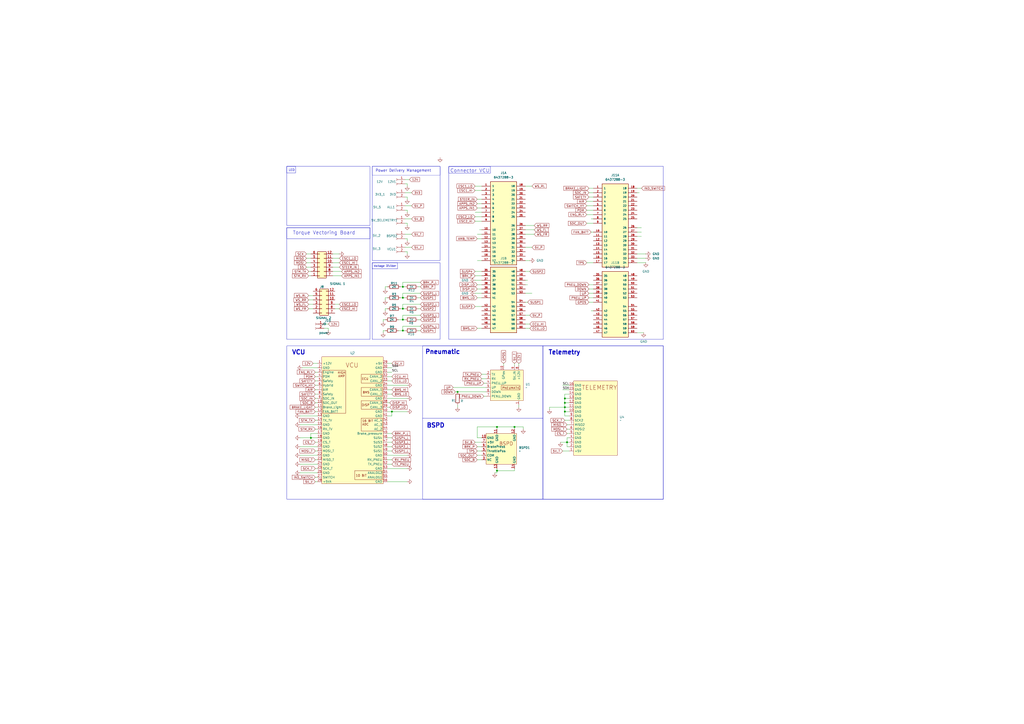
<source format=kicad_sch>
(kicad_sch (version 20250114) (generator "eeschema") (generator_version "9.0")
  (paper "A2")
  (rectangle (start 166.37 132.08) (end 214.63 196.85))
  (rectangle (start 166.37 200.66) (end 384.81 289.56))
  (rectangle (start 314.96 200.66) (end 384.81 289.56))
  (rectangle (start 260.3857 96.6124) (end 284.5157 100.4224))
  (rectangle (start 245.11 200.66) (end 314.96 289.56))
  (rectangle (start 260.35 96.52) (end 384.81 196.85))
  (rectangle (start 215.9 96.52) (end 255.27 151.13))
  (rectangle (start 166.37 132.08) (end 214.63 138.43))
  (rectangle (start 215.9205 152.4245) (end 230.5753 155.9594))
  (rectangle (start 215.9 152.4) (end 255.27 196.85))
  (rectangle (start 166.37 96.52) (end 171.45 100.33))
  (rectangle (start 215.9 96.52) (end 255.27 101.6) (stroke (width 0.0508)))
  (rectangle (start 166.37 96.52) (end 214.63 130.81))
  (text "LED\n" (at 169.164 98.806 0) (effects (font (size 1.27 1.27))))
  (text "Connector VCU" (at 272.5777 99.1524 0) (effects (font (size 2.032 2.032))))
  (text "VCU" (at 173.228 204.47 0) (effects (font (size 2.54 2.54) (thickness 0.508) (bold yes))))
  (text "Torque Vectoring Board\n" (at 187.96 135.128 0) (effects (font (size 2.032 2.032))))
  (text "Telemetry\n" (at 327.406 204.47 0) (effects (font (size 2.54 2.54) (thickness 0.508) (bold yes))))
  (text "Voltage Divider" (at 223.2865 154.4565 0) (effects (font (size 1.143 1.143))))
  (text "BSPD" (at 252.73 246.888 0) (effects (font (size 2.54 2.54) (thickness 0.508) (bold yes))))
  (text "Pneumatic" (at 256.794 204.216 0) (effects (font (size 2.54 2.54) (thickness 0.508) (bold yes))))
  (text "Power Delivery Management\n" (at 233.934 99.06 0) (effects (font (size 1.524 1.524))))
  (junction (at 233.68 185.42))
  (junction (at 233.68 172.72))
  (junction (at 288.29 247.65))
  (junction (at 327.66 233.68))
  (junction (at 233.68 166.37))
  (junction (at 233.68 179.07))
  (junction (at 180.34 254))
  (junction (at 327.66 236.22))
  (junction (at 227.33 238.76))
  (junction (at 288.29 273.05))
  (junction (at 327.66 231.14))
  (junction (at 298.45 247.65))
  (junction (at 327.66 238.76))
  (junction (at 233.68 191.77))
  (junction (at 328.93 256.54))
  (junction (at 265.43 227.33))
  (wire (pts (xy 275.59 128.27) (xy 279.4 128.27)))
  (wire (pts (xy 369.57 109.22) (xy 372.11 109.22)))
  (wire (pts (xy 276.86 190.5) (xy 279.4 190.5)))
  (wire (pts (xy 194.31 179.07) (xy 196.85 179.07)))
  (wire (pts (xy 234.95 121.92) (xy 236.22 121.92)))
  (wire (pts (xy 234.95 106.68) (xy 236.22 106.68)))
  (wire (pts (xy 224.79 251.46) (xy 227.33 251.46)))
  (wire (pts (xy 304.8 190.5) (xy 307.34 190.5)))
  (wire (pts (xy 182.88 243.84) (xy 184.15 243.84)))
  (wire (pts (xy 300.99 210.82) (xy 300.99 212.09)))
  (wire (pts (xy 177.8 149.86) (xy 180.34 149.86)))
  (wire (pts (xy 275.59 160.02) (xy 279.4 160.02)))
  (wire (pts (xy 276.86 172.72) (xy 279.4 172.72)))
  (wire (pts (xy 234.95 185.42) (xy 233.68 185.42)))
  (wire (pts (xy 276.86 259.08) (xy 279.4 259.08)))
  (wire (pts (xy 369.57 193.04) (xy 373.38 193.04)))
  (wire (pts (xy 326.39 223.52) (xy 330.2 223.52)))
  (wire (pts (xy 182.88 261.62) (xy 184.15 261.62)))
  (wire (pts (xy 224.79 266.7) (xy 227.33 266.7)))
  (wire (pts (xy 234.95 104.14) (xy 237.49 104.14)))
  (wire (pts (xy 234.95 114.3) (xy 236.22 114.3)))
  (wire (pts (xy 292.1 210.82) (xy 292.1 212.09)))
  (wire (pts (xy 236.22 146.05) (xy 236.22 147.32)))
  (wire (pts (xy 327.66 238.76) (xy 327.66 236.22)))
  (wire (pts (xy 342.9 134.62) (xy 344.17 134.62)))
  (wire (pts (xy 233.68 189.23) (xy 233.68 191.77)))
  (wire (pts (xy 224.79 220.98) (xy 227.33 220.98)))
  (wire (pts (xy 224.79 223.52) (xy 236.22 223.52)))
  (wire (pts (xy 304.8 143.51) (xy 308.61 143.51)))
  (wire (pts (xy 193.04 149.86) (xy 196.85 149.86)))
  (wire (pts (xy 340.36 116.84) (xy 344.17 116.84)))
  (wire (pts (xy 288.29 247.65) (xy 298.45 247.65)))
  (wire (pts (xy 233.68 182.88) (xy 233.68 185.42)))
  (wire (pts (xy 327.66 231.14) (xy 330.2 231.14)))
  (wire (pts (xy 340.36 129.54) (xy 344.17 129.54)))
  (wire (pts (xy 173.99 241.3) (xy 184.15 241.3)))
  (wire (pts (xy 304.8 157.48) (xy 307.34 157.48)))
  (wire (pts (xy 276.86 261.62) (xy 279.4 261.62)))
  (wire (pts (xy 279.4 217.17) (xy 281.94 217.17)))
  (wire (pts (xy 341.63 170.18) (xy 344.17 170.18)))
  (wire (pts (xy 224.79 271.78) (xy 236.22 271.78)))
  (wire (pts (xy 327.66 233.68) (xy 330.2 233.68)))
  (wire (pts (xy 233.68 191.77) (xy 234.95 191.77)))
  (wire (pts (xy 234.95 146.05) (xy 236.22 146.05)))
  (wire (pts (xy 179.07 179.07) (xy 181.61 179.07)))
  (wire (pts (xy 298.45 271.78) (xy 298.45 273.05)))
  (wire (pts (xy 177.8 147.32) (xy 180.34 147.32)))
  (wire (pts (xy 243.84 163.83) (xy 233.68 163.83)))
  (wire (pts (xy 223.52 166.37) (xy 223.52 167.64)))
  (wire (pts (xy 236.22 231.14) (xy 224.79 231.14)))
  (wire (pts (xy 182.88 236.22) (xy 184.15 236.22)))
  (wire (pts (xy 276.86 138.43) (xy 279.4 138.43)))
  (wire (pts (xy 227.33 241.3) (xy 227.33 238.76)))
  (wire (pts (xy 275.59 162.56) (xy 279.4 162.56)))
  (wire (pts (xy 179.07 157.48) (xy 180.34 157.48)))
  (wire (pts (xy 234.95 143.51) (xy 238.76 143.51)))
  (wire (pts (xy 224.79 228.6) (xy 227.33 228.6)))
  (wire (pts (xy 233.68 170.18) (xy 233.68 172.72)))
  (wire (pts (xy 304.8 187.96) (xy 307.34 187.96)))
  (wire (pts (xy 173.99 246.38) (xy 184.15 246.38)))
  (wire (pts (xy 193.04 152.4) (xy 196.85 152.4)))
  (wire (pts (xy 224.79 226.06) (xy 227.33 226.06)))
  (wire (pts (xy 243.84 170.18) (xy 233.68 170.18)))
  (wire (pts (xy 279.4 254) (xy 276.86 254)))
  (wire (pts (xy 224.79 241.3) (xy 227.33 241.3)))
  (wire (pts (xy 327.66 238.76) (xy 330.2 238.76)))
  (wire (pts (xy 236.22 129.54) (xy 236.22 130.81)))
  (wire (pts (xy 280.67 222.25) (xy 281.94 222.25)))
  (wire (pts (xy 224.79 166.37) (xy 223.52 166.37)))
  (wire (pts (xy 242.57 191.77) (xy 243.84 191.77)))
  (wire (pts (xy 243.84 182.88) (xy 233.68 182.88)))
  (wire (pts (xy 276.86 254) (xy 276.86 247.65)))
  (wire (pts (xy 187.96 190.5) (xy 190.5 190.5)))
  (wire (pts (xy 304.8 135.89) (xy 309.88 135.89)))
  (wire (pts (xy 327.66 243.84) (xy 330.2 243.84)))
  (wire (pts (xy 232.41 172.72) (xy 233.68 172.72)))
  (wire (pts (xy 179.07 173.99) (xy 181.61 173.99)))
  (wire (pts (xy 224.79 172.72) (xy 223.52 172.72)))
  (wire (pts (xy 275.59 125.73) (xy 279.4 125.73)))
  (wire (pts (xy 182.88 233.68) (xy 184.15 233.68)))
  (wire (pts (xy 276.86 266.7) (xy 279.4 266.7)))
  (wire (pts (xy 222.25 185.42) (xy 222.25 186.69)))
  (wire (pts (xy 275.59 157.48) (xy 279.4 157.48)))
  (wire (pts (xy 223.52 172.72) (xy 223.52 173.99)))
  (wire (pts (xy 342.9 180.34) (xy 344.17 180.34)))
  (wire (pts (xy 224.79 210.82) (xy 227.33 210.82)))
  (wire (pts (xy 369.57 147.32) (xy 374.65 147.32)))
  (wire (pts (xy 224.79 233.68) (xy 226.06 233.68)))
  (wire (pts (xy 179.07 176.53) (xy 181.61 176.53)))
  (wire (pts (xy 276.86 115.57) (xy 279.4 115.57)))
  (wire (pts (xy 242.57 166.37) (xy 243.84 166.37)))
  (wire (pts (xy 242.57 172.72) (xy 243.84 172.72)))
  (wire (pts (xy 236.22 106.68) (xy 236.22 107.95)))
  (wire (pts (xy 341.63 111.76) (xy 344.17 111.76)))
  (wire (pts (xy 369.57 137.16) (xy 372.11 137.16)))
  (wire (pts (xy 341.63 167.64) (xy 344.17 167.64)))
  (wire (pts (xy 276.86 151.13) (xy 279.4 151.13)))
  (wire (pts (xy 275.59 110.49) (xy 279.4 110.49)))
  (wire (pts (xy 327.66 231.14) (xy 327.66 233.68)))
  (wire (pts (xy 287.02 274.32) (xy 288.29 274.32)))
  (wire (pts (xy 182.88 266.7) (xy 184.15 266.7)))
  (wire (pts (xy 275.59 170.18) (xy 279.4 170.18)))
  (wire (pts (xy 298.45 247.65) (xy 303.53 247.65)))
  (wire (pts (xy 234.95 127) (xy 238.76 127)))
  (wire (pts (xy 222.25 191.77) (xy 222.25 193.04)))
  (wire (pts (xy 224.79 254) (xy 227.33 254)))
  (wire (pts (xy 173.99 264.16) (xy 184.15 264.16)))
  (wire (pts (xy 276.86 135.89) (xy 279.4 135.89)))
  (wire (pts (xy 330.2 241.3) (xy 327.66 241.3)))
  (wire (pts (xy 340.36 119.38) (xy 344.17 119.38)))
  (wire (pts (xy 276.86 165.1) (xy 279.4 165.1)))
  (wire (pts (xy 184.15 251.46) (xy 180.34 251.46)))
  (wire (pts (xy 304.8 162.56) (xy 306.07 162.56)))
  (wire (pts (xy 182.88 218.44) (xy 184.15 218.44)))
  (wire (pts (xy 233.68 176.53) (xy 233.68 179.07)))
  (wire (pts (xy 265.43 227.33) (xy 281.94 227.33)))
  (wire (pts (xy 179.07 171.45) (xy 181.61 171.45)))
  (wire (pts (xy 231.14 191.77) (xy 233.68 191.77)))
  (wire (pts (xy 326.39 226.06) (xy 330.2 226.06)))
  (wire (pts (xy 179.07 160.02) (xy 180.34 160.02)))
  (wire (pts (xy 369.57 152.4) (xy 374.65 152.4)))
  (wire (pts (xy 342.9 127) (xy 344.17 127)))
  (wire (pts (xy 223.52 185.42) (xy 222.25 185.42)))
  (wire (pts (xy 194.31 176.53) (xy 196.85 176.53)))
  (wire (pts (xy 236.22 114.3) (xy 236.22 115.57)))
  (wire (pts (xy 233.68 179.07) (xy 234.95 179.07)))
  (wire (pts (xy 369.57 111.76) (xy 370.84 111.76)))
  (wire (pts (xy 182.88 220.98) (xy 184.15 220.98)))
  (wire (pts (xy 193.04 147.32) (xy 196.85 147.32)))
  (wire (pts (xy 177.8 154.94) (xy 180.34 154.94)))
  (wire (pts (xy 234.95 129.54) (xy 236.22 129.54)))
  (wire (pts (xy 275.59 177.8) (xy 279.4 177.8)))
  (wire (pts (xy 280.67 229.87) (xy 281.94 229.87)))
  (wire (pts (xy 243.84 176.53) (xy 233.68 176.53)))
  (wire (pts (xy 193.04 160.02) (xy 198.12 160.02)))
  (wire (pts (xy 304.8 170.18) (xy 308.61 170.18)))
  (wire (pts (xy 327.66 228.6) (xy 330.2 228.6)))
  (wire (pts (xy 175.26 213.36) (xy 184.15 213.36)))
  (wire (pts (xy 288.29 274.32) (xy 288.29 273.05)))
  (wire (pts (xy 234.95 111.76) (xy 238.76 111.76)))
  (wire (pts (xy 242.57 179.07) (xy 243.84 179.07)))
  (wire (pts (xy 288.29 273.05) (xy 288.29 271.78)))
  (wire (pts (xy 224.79 213.36) (xy 227.33 213.36)))
  (wire (pts (xy 327.66 233.68) (xy 327.66 236.22)))
  (wire (pts (xy 223.52 179.07) (xy 223.52 180.34)))
  (wire (pts (xy 182.88 276.86) (xy 184.15 276.86)))
  (wire (pts (xy 181.61 210.82) (xy 184.15 210.82)))
  (wire (pts (xy 278.13 133.35) (xy 279.4 133.35)))
  (wire (pts (xy 328.93 256.54) (xy 328.93 259.08)))
  (wire (pts (xy 173.99 259.08) (xy 184.15 259.08)))
  (wire (pts (xy 182.88 226.06) (xy 184.15 226.06)))
  (wire (pts (xy 180.34 254) (xy 184.15 254)))
  (wire (pts (xy 340.36 121.92) (xy 344.17 121.92)))
  (wire (pts (xy 224.79 261.62) (xy 227.33 261.62)))
  (wire (pts (xy 303.53 247.65) (xy 303.53 248.92)))
  (wire (pts (xy 233.68 172.72) (xy 234.95 172.72)))
  (wire (pts (xy 330.2 254) (xy 328.93 254)))
  (wire (pts (xy 232.41 179.07) (xy 233.68 179.07)))
  (wire (pts (xy 173.99 269.24) (xy 184.15 269.24)))
  (wire (pts (xy 298.45 247.65) (xy 298.45 248.92)))
  (wire (pts (xy 369.57 134.62) (xy 372.11 134.62)))
  (wire (pts (xy 234.95 138.43) (xy 236.22 138.43)))
  (wire (pts (xy 224.79 256.54) (xy 227.33 256.54)))
  (wire (pts (xy 304.8 175.26) (xy 306.07 175.26)))
  (wire (pts (xy 341.63 165.1) (xy 344.17 165.1)))
  (wire (pts (xy 341.63 175.26) (xy 344.17 175.26)))
  (wire (pts (xy 327.66 241.3) (xy 327.66 238.76)))
  (wire (pts (xy 275.59 107.95) (xy 279.4 107.95)))
  (wire (pts (xy 233.68 166.37) (xy 234.95 166.37)))
  (wire (pts (xy 233.68 163.83) (xy 233.68 166.37)))
  (wire (pts (xy 328.93 248.92) (xy 330.2 248.92)))
  (wire (pts (xy 330.2 256.54) (xy 328.93 256.54)))
  (wire (pts (xy 298.45 210.82) (xy 298.45 212.09)))
  (wire (pts (xy 327.66 236.22) (xy 318.77 236.22)))
  (wire (pts (xy 224.79 279.4) (xy 236.22 279.4)))
  (wire (pts (xy 224.79 238.76) (xy 227.33 238.76)))
  (wire (pts (xy 330.2 251.46) (xy 328.93 251.46)))
  (wire (pts (xy 182.88 279.4) (xy 184.15 279.4)))
  (wire (pts (xy 190.5 190.5) (xy 190.5 191.77)))
  (wire (pts (xy 242.57 185.42) (xy 243.84 185.42)))
  (wire (pts (xy 276.86 120.65) (xy 279.4 120.65)))
  (wire (pts (xy 300.99 234.95) (xy 300.99 236.22)))
  (wire (pts (xy 304.8 107.95) (xy 308.61 107.95)))
  (wire (pts (xy 182.88 248.92) (xy 184.15 248.92)))
  (wire (pts (xy 187.96 187.96) (xy 190.5 187.96)))
  (wire (pts (xy 264.16 227.33) (xy 265.43 227.33)))
  (wire (pts (xy 304.8 182.88) (xy 307.34 182.88)))
  (wire (pts (xy 231.14 185.42) (xy 233.68 185.42)))
  (wire (pts (xy 236.22 121.92) (xy 236.22 123.19)))
  (wire (pts (xy 369.57 149.86) (xy 374.65 149.86)))
  (wire (pts (xy 288.29 247.65) (xy 288.29 248.92)))
  (wire (pts (xy 182.88 231.14) (xy 184.15 231.14)))
  (wire (pts (xy 224.79 236.22) (xy 226.06 236.22)))
  (wire (pts (xy 326.39 261.62) (xy 330.2 261.62)))
  (wire (pts (xy 275.59 123.19) (xy 279.4 123.19)))
  (wire (pts (xy 224.79 179.07) (xy 223.52 179.07)))
  (wire (pts (xy 304.8 165.1) (xy 306.07 165.1)))
  (wire (pts (xy 236.22 138.43) (xy 236.22 139.7)))
  (wire (pts (xy 328.93 246.38) (xy 330.2 246.38)))
  (wire (pts (xy 224.79 259.08) (xy 227.33 259.08)))
  (wire (pts (xy 224.79 218.44) (xy 227.33 218.44)))
  (wire (pts (xy 275.59 256.54) (xy 279.4 256.54)))
  (wire (pts (xy 224.79 264.16) (xy 236.22 264.16)))
  (wire (pts (xy 224.79 269.24) (xy 227.33 269.24)))
  (wire (pts (xy 173.99 274.32) (xy 184.15 274.32)))
  (wire (pts (xy 340.36 124.46) (xy 344.17 124.46)))
  (wire (pts (xy 223.52 191.77) (xy 222.25 191.77)))
  (wire (pts (xy 304.8 130.81) (xy 309.88 130.81)))
  (wire (pts (xy 182.88 256.54) (xy 184.15 256.54)))
  (wire (pts (xy 180.34 251.46) (xy 180.34 254)))
  (wire (pts (xy 182.88 271.78) (xy 184.15 271.78)))
  (wire (pts (xy 193.04 157.48) (xy 198.12 157.48)))
  (wire (pts (xy 325.12 256.54) (xy 328.93 256.54)))
  (wire (pts (xy 177.8 152.4) (xy 180.34 152.4)))
  (wire (pts (xy 227.33 238.76) (xy 236.22 238.76)))
  (wire (pts (xy 234.95 135.89) (xy 238.76 135.89)))
  (wire (pts (xy 262.89 224.79) (xy 281.94 224.79)))
  (wire (pts (xy 304.8 133.35) (xy 309.88 133.35)))
  (wire (pts (xy 276.86 167.64) (xy 279.4 167.64)))
  (polyline (pts (xy 245.11 242.57) (xy 314.96 242.57)))
  (wire (pts (xy 327.66 236.22) (xy 330.2 236.22)))
  (wire (pts (xy 318.77 236.22) (xy 318.77 237.49)))
  (wire (pts (xy 182.88 228.6) (xy 184.15 228.6)))
  (wire (pts (xy 327.66 228.6) (xy 327.66 231.14)))
  (wire (pts (xy 182.88 223.52) (xy 184.15 223.52)))
  (wire (pts (xy 369.57 132.08) (xy 372.11 132.08)))
  (wire (pts (xy 341.63 114.3) (xy 344.17 114.3)))
  (wire (pts (xy 182.88 215.9) (xy 184.15 215.9)))
  (wire (pts (xy 340.36 152.4) (xy 344.17 152.4)))
  (wire (pts (xy 193.04 154.94) (xy 196.85 154.94)))
  (wire (pts (xy 328.93 259.08) (xy 330.2 259.08)))
  (wire (pts (xy 276.86 247.65) (xy 288.29 247.65)))
  (wire (pts (xy 173.99 254) (xy 180.34 254)))
  (wire (pts (xy 234.95 119.38) (xy 238.76 119.38)))
  (wire (pts (xy 276.86 118.11) (xy 279.4 118.11)))
  (wire (pts (xy 328.93 254) (xy 328.93 256.54)))
  (wire (pts (xy 265.43 234.95) (xy 265.43 236.22)))
  (wire (pts (xy 341.63 172.72) (xy 344.17 172.72)))
  (wire (pts (xy 304.8 151.13) (xy 307.34 151.13)))
  (wire (pts (xy 224.79 215.9) (xy 227.33 215.9)))
  (wire (pts (xy 243.84 189.23) (xy 233.68 189.23)))
  (wire (pts (xy 232.41 166.37) (xy 233.68 166.37)))
  (wire (pts (xy 276.86 264.16) (xy 279.4 264.16)))
  (wire (pts (xy 182.88 238.76) (xy 184.15 238.76)))
  (wire (pts (xy 279.4 219.71) (xy 281.94 219.71)))
  (wire (pts (xy 341.63 109.22) (xy 344.17 109.22)))
  (wire (pts (xy 298.45 273.05) (xy 288.29 273.05)))
  (label "SCL" (at 326.39 223.52 0))
  (label "SDA" (at 227.33 213.36 0))
  (label "SDA" (at 326.39 226.06 0))
  (label "SCL" (at 227.33 215.9 0))
  (global_label "WS_FR" (shape input) (at 309.88 135.89 0) (property "Intersheetrefs" "${INTERSHEET_REFS}" (effects (hide yes))))
  (global_label "SCK_T" (shape input) (at 182.88 271.78 180) (property "Intersheetrefs" "${INTERSHEET_REFS}" (effects (hide yes))))
  (global_label "SWITCH_HY" (shape input) (at 182.88 223.52 180) (property "Intersheetrefs" "${INTERSHEET_REFS}" (effects (hide yes))))
  (global_label "BMS_LO" (shape input) (at 276.86 172.72 180) (property "Intersheetrefs" "${INTERSHEET_REFS}" (effects (hide yes))))
  (global_label "5V_B" (shape input) (at 275.59 256.54 180) (property "Intersheetrefs" "${INTERSHEET_REFS}" (effects (hide yes))))
  (global_label "SUSP1_L" (shape input) (at 243.84 170.18 0) (property "Intersheetrefs" "${INTERSHEET_REFS}" (effects (hide yes))))
  (global_label "SCK" (shape input) (at 177.8 147.32 180) (property "Intersheetrefs" "${INTERSHEET_REFS}" (effects (hide yes))))
  (global_label "DISP_LO" (shape input) (at 276.86 165.1 180) (property "Intersheetrefs" "${INTERSHEET_REFS}" (effects (hide yes))))
  (global_label "BMS_HI" (shape input) (at 276.86 190.5 180) (property "Intersheetrefs" "${INTERSHEET_REFS}" (effects (hide yes))))
  (global_label "MOSI" (shape input) (at 177.8 152.4 180) (property "Intersheetrefs" "${INTERSHEET_REFS}" (effects (hide yes))))
  (global_label "TX_PNEU" (shape input) (at 227.33 269.24 0) (property "Intersheetrefs" "${INTERSHEET_REFS}" (effects (hide yes))))
  (global_label "IND_SWITCH" (shape input) (at 372.11 109.22 0) (property "Intersheetrefs" "${INTERSHEET_REFS}" (effects (hide yes))))
  (global_label "UP" (shape input) (at 262.89 224.79 180) (property "Intersheetrefs" "${INTERSHEET_REFS}" (effects (hide yes))))
  (global_label "5V_V" (shape input) (at 182.88 279.4 180) (property "Intersheetrefs" "${INTERSHEET_REFS}" (effects (hide yes))))
  (global_label "SUSP4" (shape input) (at 275.59 157.48 180) (property "Intersheetrefs" "${INTERSHEET_REFS}" (effects (hide yes))))
  (global_label "5V_T" (shape input) (at 298.45 210.82 90) (property "Intersheetrefs" "${INTERSHEET_REFS}" (effects (hide yes))))
  (global_label "AIR" (shape input) (at 182.88 226.06 180) (property "Intersheetrefs" "${INTERSHEET_REFS}" (effects (hide yes))))
  (global_label "WS_RL" (shape input) (at 308.61 107.95 0) (property "Intersheetrefs" "${INTERSHEET_REFS}" (effects (hide yes))))
  (global_label "WS_RR" (shape input) (at 309.88 130.81 0) (property "Intersheetrefs" "${INTERSHEET_REFS}" (effects (hide yes))))
  (global_label "FAN_BATT" (shape input) (at 342.9 134.62 180) (property "Intersheetrefs" "${INTERSHEET_REFS}" (effects (hide yes))))
  (global_label "12V" (shape input) (at 300.99 210.82 90) (property "Intersheetrefs" "${INTERSHEET_REFS}" (effects (hide yes))))
  (global_label "STM_RX" (shape input) (at 179.07 160.02 180) (property "Intersheetrefs" "${INTERSHEET_REFS}" (effects (hide yes))))
  (global_label "SAFETY" (shape input) (at 182.88 220.98 180) (property "Intersheetrefs" "${INTERSHEET_REFS}" (effects (hide yes))))
  (global_label "MISO_T" (shape input) (at 182.88 266.7 180) (property "Intersheetrefs" "${INTERSHEET_REFS}" (effects (hide yes))))
  (global_label "DOWN" (shape input) (at 264.16 227.33 180) (property "Intersheetrefs" "${INTERSHEET_REFS}" (effects (hide yes))))
  (global_label "SDC_B" (shape input) (at 182.88 233.68 180) (property "Intersheetrefs" "${INTERSHEET_REFS}" (effects (hide yes))))
  (global_label "SUSP4_L" (shape input) (at 243.84 189.23 0) (property "Intersheetrefs" "${INTERSHEET_REFS}" (effects (hide yes))))
  (global_label "SUSP4_L" (shape input) (at 227.33 254 0) (property "Intersheetrefs" "${INTERSHEET_REFS}" (effects (hide yes))))
  (global_label "SUSP1" (shape input) (at 306.07 175.26 0) (property "Intersheetrefs" "${INTERSHEET_REFS}" (effects (hide yes))))
  (global_label "PDM" (shape input) (at 182.88 218.44 180) (property "Intersheetrefs" "${INTERSHEET_REFS}" (effects (hide yes))))
  (global_label "ENG_RLY" (shape input) (at 182.88 215.9 180) (property "Intersheetrefs" "${INTERSHEET_REFS}" (effects (hide yes))))
  (global_label "ESC1_HI" (shape input) (at 275.59 110.49 180) (property "Intersheetrefs" "${INTERSHEET_REFS}" (effects (hide yes))))
  (global_label "5V_B" (shape input) (at 238.76 127 0) (property "Intersheetrefs" "${INTERSHEET_REFS}" (effects (hide yes))))
  (global_label "SUSP3_L" (shape input) (at 227.33 256.54 0) (property "Intersheetrefs" "${INTERSHEET_REFS}" (effects (hide yes))))
  (global_label "WS_FL" (shape input) (at 309.88 133.35 0) (property "Intersheetrefs" "${INTERSHEET_REFS}" (effects (hide yes))))
  (global_label "WS_FR" (shape input) (at 179.07 179.07 180) (property "Intersheetrefs" "${INTERSHEET_REFS}" (effects (hide yes))))
  (global_label "RX_PNEU" (shape input) (at 227.33 266.7 0) (property "Intersheetrefs" "${INTERSHEET_REFS}" (effects (hide yes))))
  (global_label "ESC1_LO" (shape input) (at 196.85 149.86 0) (property "Intersheetrefs" "${INTERSHEET_REFS}" (effects (hide yes))))
  (global_label "SUSP2_L" (shape input) (at 227.33 259.08 0) (property "Intersheetrefs" "${INTERSHEET_REFS}" (effects (hide yes))))
  (global_label "ECU_HI" (shape input) (at 307.34 187.96 0) (property "Intersheetrefs" "${INTERSHEET_REFS}" (effects (hide yes))))
  (global_label "12V" (shape input) (at 190.5 187.96 0) (property "Intersheetrefs" "${INTERSHEET_REFS}" (effects (hide yes))))
  (global_label "DISP_HI" (shape input) (at 276.86 167.64 180) (property "Intersheetrefs" "${INTERSHEET_REFS}" (effects (hide yes))))
  (global_label "12V" (shape input) (at 237.49 104.14 0) (property "Intersheetrefs" "${INTERSHEET_REFS}" (effects (hide yes))))
  (global_label "5V_V" (shape input) (at 238.76 143.51 0) (property "Intersheetrefs" "${INTERSHEET_REFS}" (effects (hide yes))))
  (global_label "SUSP1" (shape input) (at 243.84 172.72 0) (property "Intersheetrefs" "${INTERSHEET_REFS}" (effects (hide yes))))
  (global_label "APPS_IN1" (shape input) (at 198.12 160.02 0) (property "Intersheetrefs" "${INTERSHEET_REFS}" (effects (hide yes))))
  (global_label "SUSP2" (shape input) (at 307.34 157.48 0) (property "Intersheetrefs" "${INTERSHEET_REFS}" (effects (hide yes))))
  (global_label "ESC2_LO" (shape input) (at 196.85 176.53 0) (property "Intersheetrefs" "${INTERSHEET_REFS}" (effects (hide yes))))
  (global_label "TX_PNEU" (shape input) (at 279.4 217.17 180) (property "Intersheetrefs" "${INTERSHEET_REFS}" (effects (hide yes))))
  (global_label "MOSI_T" (shape input) (at 182.88 261.62 180) (property "Intersheetrefs" "${INTERSHEET_REFS}" (effects (hide yes))))
  (global_label "ESC2_LO" (shape input) (at 275.59 125.73 180) (property "Intersheetrefs" "${INTERSHEET_REFS}" (effects (hide yes))))
  (global_label "WS_FL" (shape input) (at 179.07 176.53 180) (property "Intersheetrefs" "${INTERSHEET_REFS}" (effects (hide yes))))
  (global_label "SUSP3" (shape input) (at 243.84 185.42 0) (property "Intersheetrefs" "${INTERSHEET_REFS}" (effects (hide yes))))
  (global_label "RX_PNEU" (shape input) (at 279.4 219.71 180) (property "Intersheetrefs" "${INTERSHEET_REFS}" (effects (hide yes))))
  (global_label "CS_T" (shape input) (at 182.88 256.54 180) (property "Intersheetrefs" "${INTERSHEET_REFS}" (effects (hide yes))))
  (global_label "DISP_LO" (shape input) (at 226.06 236.22 0) (property "Intersheetrefs" "${INTERSHEET_REFS}" (effects (hide yes))))
  (global_label "PNEU_DOWN" (shape input) (at 341.63 165.1 180) (property "Intersheetrefs" "${INTERSHEET_REFS}" (effects (hide yes))))
  (global_label "5V_V" (shape input) (at 227.33 210.82 0) (property "Intersheetrefs" "${INTERSHEET_REFS}" (effects (hide yes))))
  (global_label "5V_T" (shape input) (at 238.76 135.89 0) (property "Intersheetrefs" "${INTERSHEET_REFS}" (effects (hide yes))))
  (global_label "5V_P" (shape input) (at 308.61 143.51 0) (property "Intersheetrefs" "${INTERSHEET_REFS}" (effects (hide yes))))
  (global_label "SUSP3_L" (shape input) (at 243.84 182.88 0) (property "Intersheetrefs" "${INTERSHEET_REFS}" (effects (hide yes))))
  (global_label "PNEU_DOWN" (shape input) (at 280.67 229.87 180) (property "Intersheetrefs" "${INTERSHEET_REFS}" (effects (hide yes))))
  (global_label "FAN_BATT" (shape input) (at 182.88 238.76 180) (property "Intersheetrefs" "${INTERSHEET_REFS}" (effects (hide yes))))
  (global_label "SUSP3" (shape input) (at 275.59 177.8 180) (property "Intersheetrefs" "${INTERSHEET_REFS}" (effects (hide yes))))
  (global_label "SWITCH_HY" (shape input) (at 340.36 119.38 180) (property "Intersheetrefs" "${INTERSHEET_REFS}" (effects (hide yes))))
  (global_label "PDM" (shape input) (at 340.36 121.92 180) (property "Intersheetrefs" "${INTERSHEET_REFS}" (effects (hide yes))))
  (global_label "AMB_TEMP" (shape input) (at 276.86 138.43 180) (property "Intersheetrefs" "${INTERSHEET_REFS}" (effects (hide yes))))
  (global_label "APPS_IN1" (shape input) (at 276.86 120.65 180) (property "Intersheetrefs" "${INTERSHEET_REFS}" (effects (hide yes))))
  (global_label "SDC_B" (shape input) (at 276.86 266.7 180) (property "Intersheetrefs" "${INTERSHEET_REFS}" (effects (hide yes))))
  (global_label "SCK_T" (shape input) (at 327.66 243.84 180) (property "Intersheetrefs" "${INTERSHEET_REFS}" (effects (hide yes))))
  (global_label "GPOS" (shape input) (at 341.63 175.26 180) (property "Intersheetrefs" "${INTERSHEET_REFS}" (effects (hide yes))))
  (global_label "STEER_IN" (shape input) (at 196.85 154.94 0) (property "Intersheetrefs" "${INTERSHEET_REFS}" (effects (hide yes))))
  (global_label "UP" (shape input) (at 341.63 170.18 180) (property "Intersheetrefs" "${INTERSHEET_REFS}" (effects (hide yes))))
  (global_label "APPS_IN2" (shape input) (at 198.12 157.48 0) (property "Intersheetrefs" "${INTERSHEET_REFS}" (effects (hide yes))))
  (global_label "BRAKE_LIGHT" (shape input) (at 341.63 109.22 180) (property "Intersheetrefs" "${INTERSHEET_REFS}" (effects (hide yes))))
  (global_label "BRK_P" (shape input) (at 276.86 259.08 180) (property "Intersheetrefs" "${INTERSHEET_REFS}" (effects (hide yes))))
  (global_label "STM_TX" (shape input) (at 179.07 157.48 180) (property "Intersheetrefs" "${INTERSHEET_REFS}" (effects (hide yes))))
  (global_label "ECU_HI" (shape input) (at 227.33 218.44 0) (property "Intersheetrefs" "${INTERSHEET_REFS}" (effects (hide yes))))
  (global_label "MISO_T" (shape input) (at 328.93 246.38 180) (property "Intersheetrefs" "${INTERSHEET_REFS}" (effects (hide yes))))
  (global_label "BRK_P_L" (shape input) (at 243.84 163.83 0) (property "Intersheetrefs" "${INTERSHEET_REFS}" (effects (hide yes))))
  (global_label "PNEU_UP" (shape input) (at 341.63 172.72 180) (property "Intersheetrefs" "${INTERSHEET_REFS}" (effects (hide yes))))
  (global_label "SUSP1_L" (shape input) (at 227.33 261.62 0) (property "Intersheetrefs" "${INTERSHEET_REFS}" (effects (hide yes))))
  (global_label "SDC_IN" (shape input) (at 341.63 111.76 180) (property "Intersheetrefs" "${INTERSHEET_REFS}" (effects (hide yes))))
  (global_label "SDC_OUT" (shape input) (at 276.86 264.16 180) (property "Intersheetrefs" "${INTERSHEET_REFS}" (effects (hide yes))))
  (global_label "SUSP4" (shape input) (at 243.84 191.77 0) (property "Intersheetrefs" "${INTERSHEET_REFS}" (effects (hide yes))))
  (global_label "AIR" (shape input) (at 340.36 116.84 180) (property "Intersheetrefs" "${INTERSHEET_REFS}" (effects (hide yes))))
  (global_label "TPS" (shape input) (at 276.86 261.62 180) (property "Intersheetrefs" "${INTERSHEET_REFS}" (effects (hide yes))))
  (global_label "MOSI_T" (shape input) (at 328.93 248.92 180) (property "Intersheetrefs" "${INTERSHEET_REFS}" (effects (hide yes))))
  (global_label "ESC2_HI" (shape input) (at 196.85 179.07 0) (property "Intersheetrefs" "${INTERSHEET_REFS}" (effects (hide yes))))
  (global_label "ECU_LO" (shape input) (at 227.33 220.98 0) (property "Intersheetrefs" "${INTERSHEET_REFS}" (effects (hide yes))))
  (global_label "IND_SWITCH" (shape input) (at 182.88 276.86 180) (property "Intersheetrefs" "${INTERSHEET_REFS}" (effects (hide yes))))
  (global_label "TPS" (shape input) (at 340.36 152.4 180) (property "Intersheetrefs" "${INTERSHEET_REFS}" (effects (hide yes))))
  (global_label "BRK_P" (shape input) (at 243.84 166.37 0) (property "Intersheetrefs" "${INTERSHEET_REFS}" (effects (hide yes))))
  (global_label "ESC1_HI" (shape input) (at 196.85 152.4 0) (property "Intersheetrefs" "${INTERSHEET_REFS}" (effects (hide yes))))
  (global_label "ESC2_HI" (shape input) (at 275.59 128.27 180) (property "Intersheetrefs" "${INTERSHEET_REFS}" (effects (hide yes))))
  (global_label "SUSP2" (shape input) (at 243.84 179.07 0) (property "Intersheetrefs" "${INTERSHEET_REFS}" (effects (hide yes))))
  (global_label "ESC1_LO" (shape input) (at 275.59 107.95 180) (property "Intersheetrefs" "${INTERSHEET_REFS}" (effects (hide yes))))
  (global_label "STM_RX" (shape input) (at 182.88 248.92 180) (property "Intersheetrefs" "${INTERSHEET_REFS}" (effects (hide yes))))
  (global_label "5V_T" (shape input) (at 326.39 261.62 180) (property "Intersheetrefs" "${INTERSHEET_REFS}" (effects (hide yes))))
  (global_label "ECU_LO" (shape input) (at 307.34 190.5 0) (property "Intersheetrefs" "${INTERSHEET_REFS}" (effects (hide yes))))
  (global_label "DISP_HI" (shape input) (at 226.06 233.68 0) (property "Intersheetrefs" "${INTERSHEET_REFS}" (effects (hide yes))))
  (global_label "SAFETY" (shape input) (at 182.88 228.6 180) (property "Intersheetrefs" "${INTERSHEET_REFS}" (effects (hide yes))))
  (global_label "5V_P" (shape input) (at 307.34 182.88 0) (property "Intersheetrefs" "${INTERSHEET_REFS}" (effects (hide yes))))
  (global_label "STEER_IN" (shape input) (at 276.86 115.57 180) (property "Intersheetrefs" "${INTERSHEET_REFS}" (effects (hide yes))))
  (global_label "BRK_P" (shape input) (at 275.59 160.02 180) (property "Intersheetrefs" "${INTERSHEET_REFS}" (effects (hide yes))))
  (global_label "GPOS" (shape input) (at 292.1 210.82 90) (property "Intersheetrefs" "${INTERSHEET_REFS}" (effects (hide yes))))
  (global_label "12V" (shape input) (at 181.61 210.82 180) (property "Intersheetrefs" "${INTERSHEET_REFS}" (effects (hide yes))))
  (global_label "BRK_P_L" (shape input) (at 227.33 251.46 0) (property "Intersheetrefs" "${INTERSHEET_REFS}" (effects (hide yes))))
  (global_label "WS_RR" (shape input) (at 179.07 173.99 180) (property "Intersheetrefs" "${INTERSHEET_REFS}" (effects (hide yes))))
  (global_label "3V3" (shape input) (at 238.76 111.76 0) (property "Intersheetrefs" "${INTERSHEET_REFS}" (effects (hide yes))))
  (global_label "DOWN" (shape input) (at 341.63 167.64 180) (property "Intersheetrefs" "${INTERSHEET_REFS}" (effects (hide yes))))
  (global_label "MISO" (shape input) (at 177.8 149.86 180) (property "Intersheetrefs" "${INTERSHEET_REFS}" (effects (hide yes))))
  (global_label "BMS_HI" (shape input) (at 227.33 226.06 0) (property "Intersheetrefs" "${INTERSHEET_REFS}" (effects (hide yes))))
  (global_label "PNEU_UP" (shape input) (at 280.67 222.25 180) (property "Intersheetrefs" "${INTERSHEET_REFS}" (effects (hide yes))))
  (global_label "SDC_IN" (shape input) (at 182.88 231.14 180) (property "Intersheetrefs" "${INTERSHEET_REFS}" (effects (hide yes))))
  (global_label "WS_RL" (shape input) (at 179.07 171.45 180) (property "Intersheetrefs" "${INTERSHEET_REFS}" (effects (hide yes))))
  (global_label "BRAKE_LIGHT" (shape input) (at 182.88 236.22 180) (property "Intersheetrefs" "${INTERSHEET_REFS}" (effects (hide yes))))
  (global_label "ENG_RLY" (shape input) (at 340.36 124.46 180) (property "Intersheetrefs" "${INTERSHEET_REFS}" (effects (hide yes))))
  (global_label "CS_T" (shape input) (at 328.93 251.46 180) (property "Intersheetrefs" "${INTERSHEET_REFS}" (effects (hide yes))))
  (global_label "SAFETY" (shape input) (at 341.63 114.3 180) (property "Intersheetrefs" "${INTERSHEET_REFS}" (effects (hide yes))))
  (global_label "SUSP2_L" (shape input) (at 243.84 176.53 0) (property "Intersheetrefs" "${INTERSHEET_REFS}" (effects (hide yes))))
  (global_label "SDC_OUT" (shape input) (at 340.36 129.54 180) (property "Intersheetrefs" "${INTERSHEET_REFS}" (effects (hide yes))))
  (global_label "BMS_LO" (shape input) (at 227.33 228.6 0) (property "Intersheetrefs" "${INTERSHEET_REFS}" (effects (hide yes))))
  (global_label "5V_P" (shape input) (at 238.76 119.38 0) (property "Intersheetrefs" "${INTERSHEET_REFS}" (effects (hide yes))))
  (global_label "SS" (shape input) (at 177.8 154.94 180) (property "Intersheetrefs" "${INTERSHEET_REFS}" (effects (hide yes))))
  (global_label "STM_TX" (shape input) (at 182.88 243.84 180) (property "Intersheetrefs" "${INTERSHEET_REFS}" (effects (hide yes))))
  (global_label "APPS_IN2" (shape input) (at 276.86 118.11 180) (property "Intersheetrefs" "${INTERSHEET_REFS}" (effects (hide yes))))
  (symbol (lib_name "6437288-3_3") (lib_id "0_VCU_connector_6437288-3:6437288-3") (at 356.87 177.8 0) (unit 2)
    (property "Reference" "J11" (at 356.87 152.4 0))
    (property "Value" "6437288-3" (at 356.87 154.94 0))
    (property "Footprint" "0_VCU_CONNECTOR_TE_6437288-3:VCU_CONNECTOR_TE_6437288-3" (effects (hide yes)))
    (property "Description" "Rectangular Power Connector, Super Seal Series, Through Hole, Receptacle, 60, 1.5 mm, Pin" (effects (hide yes)))
    (property "COMMENT" "6437288-3" (effects (hide yes)))
    (property "Comment" "6437288-3" (effects (hide yes)))
    (property "Check_prices" "https://www.snapeda.com/parts/6437288-3/TE+Connectivity+AMP+Connectors/view-part/?ref=eda" (effects (hide yes)))
    (property "MF" "TE Connectivity" (effects (hide yes)))
    (property "PACKAGE" "None" (effects (hide yes)))
    (property "PRICE" "None" (effects (hide yes)))
    (property "Package" "None" (effects (hide yes)))
    (property "TE_PURCHASE_URL" "https://www.te.com/usa-en/product-6437288-3.html?te_bu=Cor&te_type=disp&te_campaign=seda_glo_cor-seda-global-disp-prtnr-fy19-seda-model-bom-cta_sma-317_1&elqCampaignId=32493" (effects (hide yes)))
    (property "STANDARD" "Manufacturer Recommendations" (effects (hide yes)))
    (property "PARTREV" "A1" (effects (hide yes)))
    (property "SnapEDA_Link" "https://www.snapeda.com/parts/6437288-3/TE+Connectivity+AMP+Connectors/view-part/?ref=snap" (effects (hide yes)))
    (property "MP" "6437288-3" (effects (hide yes)))
    (property "EU_RoHS_Compliance" "Compliant" (effects (hide yes)))
    (property "Price" "None" (effects (hide yes)))
    (property "EU_ROHS_COMPLIANCE" "Compliant" (effects (hide yes)))
    (property "Availability" "In Stock" (effects (hide yes)))
    (property "AVAILABILITY" "Unavailable" (effects (hide yes)))
    (property "Description_1" "Receptacle Connector, Gold, Pitch 3.0000 mm, AC Voltage 250 V, AMP Series | TE Connectivity 6437288-3" (effects (hide yes)))
  )
  (symbol (lib_id "power:GND") (at 236.22 107.95 0) (unit 1)
    (property "Reference" "#PWR01" (effects (hide yes)))
    (property "Value" "GND" (effects (hide yes)))
    (property "Description" "Power symbol creates a global label with name \"GND\" , ground" (effects (hide yes)))
  )
  (symbol (lib_id "power:GND") (at 287.02 274.32 0) (unit 1)
    (property "Reference" "#PWR011" (effects (hide yes)))
    (property "Value" "GND" (effects (hide yes)))
    (property "Description" "Power symbol creates a global label with name \"GND\" , ground" (effects (hide yes)))
  )
  (symbol (lib_id "Device:R") (at 238.76 179.07 90) (unit 1)
    (property "Reference" "R6" (at 238.76 181.102 90))
    (property "Value" "3K" (at 238.76 179.07 90))
    (property "Footprint" "Resistor_SMD:R_0603_1608Metric_Pad0.98x0.95mm_HandSolder" (effects (hide yes)))
    (property "Description" "Resistor" (effects (hide yes)))
  )
  (symbol (lib_id "power:GND") (at 374.65 149.86 90) (unit 1)
    (property "Reference" "#PWR037" (effects (hide yes)))
    (property "Value" "GND" (at 378.46 149.8599 90) (effects (justify right)))
    (property "Description" "Power symbol creates a global label with name \"GND\" , ground" (effects (hide yes)))
  )
  (symbol (lib_id "power:GND") (at 222.25 186.69 0) (unit 1)
    (property "Reference" "#PWR034" (effects (hide yes)))
    (property "Value" "GND" (effects (hide yes)))
    (property "Description" "Power symbol creates a global label with name \"GND\" , ground" (effects (hide yes)))
  )
  (symbol (lib_id "power:GND") (at 173.99 269.24 270) (unit 1)
    (property "Reference" "#PWR020" (effects (hide yes)))
    (property "Value" "GND" (effects (hide yes)))
    (property "Description" "Power symbol creates a global label with name \"GND\" , ground" (effects (hide yes)))
  )
  (symbol (lib_name "FootprintTelemetry_1") (lib_id "0_FootprintTelemetry:FootprintTelemetry") (at 345.44 242.57 0) (unit 1)
    (property "Reference" "U4" (at 359.41 241.9349 0) (effects (justify left)))
    (property "Value" "~" (at 359.41 243.84 0) (effects (justify left)))
    (property "Footprint" "0_FootprintTelemetry:0_FootprintTelemetry" (effects (hide yes)))
  )
  (symbol (lib_id "power:GND") (at 373.38 193.04 0) (unit 1)
    (property "Reference" "#PWR038" (effects (hide yes)))
    (property "Value" "GND" (at 373.38 198.12 0))
    (property "Description" "Power symbol creates a global label with name \"GND\" , ground" (effects (hide yes)))
  )
  (symbol (lib_id "Connector:Conn_01x02_Socket") (at 229.87 127 0) (mirror y) (unit 1)
    (property "Reference" "TELEMETRY1" (at 224.79 127.762 0))
    (property "Value" "5V_1" (at 217.678 127.762 0))
    (property "Footprint" "Connector_JST:JST_XH_B2B-XH-A_1x02_P2.50mm_Vertical" (effects (hide yes)))
    (property "Description" "Generic connector, single row, 01x02, script generated" (effects (hide yes)))
  )
  (symbol (lib_id "power:GND") (at 307.34 151.13 90) (unit 1)
    (property "Reference" "#PWR030" (effects (hide yes)))
    (property "Value" "GND" (at 311.15 151.1299 90) (effects (justify right)))
    (property "Description" "Power symbol creates a global label with name \"GND\" , ground" (effects (hide yes)))
  )
  (symbol (lib_id "aaaaaaaaa:LOGO") (at 151.13 121.92 0) (unit 1)
    (property "Reference" "#G1" (effects (hide yes)))
    (property "Value" "LOGO" (effects (hide yes)))
  )
  (symbol (lib_id "power:GND") (at 236.22 130.81 0) (unit 1)
    (property "Reference" "#PWR04" (effects (hide yes)))
    (property "Value" "GND" (effects (hide yes)))
    (property "Description" "Power symbol creates a global label with name \"GND\" , ground" (effects (hide yes)))
  )
  (symbol (lib_id "power:GND") (at 374.65 152.4 0) (unit 1)
    (property "Reference" "#PWR039" (effects (hide yes)))
    (property "Value" "GND" (at 374.65 157.48 0))
    (property "Description" "Power symbol creates a global label with name \"GND\" , ground" (effects (hide yes)))
  )
  (symbol (lib_id "Connector:Conn_01x02_Socket") (at 229.87 143.51 0) (mirror y) (unit 1)
    (property "Reference" "VCU1" (at 227.076 144.526 0))
    (property "Value" "5V_3" (at 218.44 144.272 0))
    (property "Footprint" "Connector_JST:JST_XH_B2B-XH-A_1x02_P2.50mm_Vertical" (effects (hide yes)))
    (property "Description" "Generic connector, single row, 01x02, script generated" (effects (hide yes)))
  )
  (symbol (lib_id "power:GND") (at 173.99 264.16 270) (unit 1)
    (property "Reference" "#PWR021" (effects (hide yes)))
    (property "Value" "GND" (effects (hide yes)))
    (property "Description" "Power symbol creates a global label with name \"GND\" , ground" (effects (hide yes)))
  )
  (symbol (lib_id "power:GND") (at 173.99 241.3 270) (unit 1)
    (property "Reference" "#PWR027" (effects (hide yes)))
    (property "Value" "GND" (effects (hide yes)))
    (property "Description" "Power symbol creates a global label with name \"GND\" , ground" (effects (hide yes)))
  )
  (symbol (lib_id "Device:R") (at 228.6 179.07 270) (unit 1)
    (property "Reference" "R5" (at 228.6 177.038 90))
    (property "Value" "2K" (at 228.6 179.07 90))
    (property "Footprint" "Resistor_SMD:R_0603_1608Metric_Pad0.98x0.95mm_HandSolder" (effects (hide yes)))
    (property "Description" "Resistor" (effects (hide yes)))
  )
  (symbol (lib_id "Device:R") (at 238.76 172.72 90) (unit 1)
    (property "Reference" "R4" (at 238.76 174.752 90))
    (property "Value" "3K" (at 238.76 172.72 90))
    (property "Footprint" "Resistor_SMD:R_0603_1608Metric_Pad0.98x0.95mm_HandSolder" (effects (hide yes)))
    (property "Description" "Resistor" (effects (hide yes)))
  )
  (symbol (lib_id "Connector_Generic:Conn_02x06_Top_Bottom") (at 185.42 154.94 0) (mirror x) (unit 1)
    (property "Reference" "J8" (at 186.69 166.37 0))
    (property "Value" "SIGNAL 1" (at 195.834 164.592 0))
    (property "Footprint" "Connector_Molex:Molex_Nano-Fit_105310-xx12_2x06_P2.50mm_Vertical" (effects (hide yes)))
    (property "Description" "Generic connector, double row, 02x06, top/bottom pin numbering scheme (row 1: 1...pins_per_row, row2: pins_per_row+1 ... num_pins), script generated (kicad-library-utils/schlib/autogen/connector/)" (effects (hide yes)))
  )
  (symbol (lib_id "power:GND") (at 222.25 193.04 0) (unit 1)
    (property "Reference" "#PWR035" (effects (hide yes)))
    (property "Value" "GND" (effects (hide yes)))
    (property "Description" "Power symbol creates a global label with name \"GND\" , ground" (effects (hide yes)))
  )
  (symbol (lib_id "power:GND") (at 173.99 254 270) (unit 1)
    (property "Reference" "#PWR024" (effects (hide yes)))
    (property "Value" "GND" (effects (hide yes)))
    (property "Description" "Power symbol creates a global label with name \"GND\" , ground" (effects (hide yes)))
  )
  (symbol (lib_id "Device:R") (at 238.76 191.77 90) (unit 1)
    (property "Reference" "R10" (at 238.506 193.802 90))
    (property "Value" "3K" (at 238.76 191.77 90))
    (property "Footprint" "Resistor_SMD:R_0603_1608Metric_Pad0.98x0.95mm_HandSolder" (effects (hide yes)))
    (property "Description" "Resistor" (effects (hide yes)))
  )
  (symbol (lib_id "power:GND") (at 236.22 231.14 90) (unit 1)
    (property "Reference" "#PWR015" (effects (hide yes)))
    (property "Value" "GND" (effects (hide yes)))
    (property "Description" "Power symbol creates a global label with name \"GND\" , ground" (effects (hide yes)))
  )
  (symbol (lib_id "power:GND") (at 173.99 246.38 270) (unit 1)
    (property "Reference" "#PWR025" (effects (hide yes)))
    (property "Value" "GND" (effects (hide yes)))
    (property "Description" "Power symbol creates a global label with name \"GND\" , ground" (effects (hide yes)))
  )
  (symbol (lib_id "power:GND") (at 190.5 191.77 0) (unit 1)
    (property "Reference" "#PWR012" (effects (hide yes)))
    (property "Value" "GND" (effects (hide yes)))
    (property "Description" "Power symbol creates a global label with name \"GND\" , ground" (effects (hide yes)))
  )
  (symbol (lib_id "power:GND") (at 236.22 223.52 90) (unit 1)
    (property "Reference" "#PWR014" (effects (hide yes)))
    (property "Value" "GND" (effects (hide yes)))
    (property "Description" "Power symbol creates a global label with name \"GND\" , ground" (effects (hide yes)))
  )
  (symbol (lib_id "power:GND") (at 318.77 237.49 0) (unit 1)
    (property "Reference" "#PWR09" (effects (hide yes)))
    (property "Value" "GND" (effects (hide yes)))
    (property "Description" "Power symbol creates a global label with name \"GND\" , ground" (effects (hide yes)))
  )
  (symbol (lib_id "power:GND") (at 236.22 279.4 90) (unit 1)
    (property "Reference" "#PWR019" (effects (hide yes)))
    (property "Value" "GND" (effects (hide yes)))
    (property "Description" "Power symbol creates a global label with name \"GND\" , ground" (effects (hide yes)))
  )
  (symbol (lib_id "power:GND") (at 236.22 123.19 0) (unit 1)
    (property "Reference" "#PWR03" (effects (hide yes)))
    (property "Value" "GND" (effects (hide yes)))
    (property "Description" "Power symbol creates a global label with name \"GND\" , ground" (effects (hide yes)))
  )
  (symbol (lib_id "0_BSPDFootprint:FootprintBSPD") (at 293.37 260.35 0) (unit 1)
    (property "Reference" "BSPD1" (at 300.99 259.7149 0) (effects (justify left)))
    (property "Value" "~" (at 300.99 261.62 0) (effects (justify left)))
    (property "Footprint" "0_FootPrintBPSD:FootPrintBPSD" (effects (hide yes)))
  )
  (symbol (lib_id "Device:R") (at 238.76 166.37 90) (unit 1)
    (property "Reference" "R12" (at 238.76 168.402 90))
    (property "Value" "3K" (at 238.76 166.37 90))
    (property "Footprint" "Resistor_SMD:R_0603_1608Metric_Pad0.98x0.95mm_HandSolder" (effects (hide yes)))
    (property "Description" "Resistor" (effects (hide yes)))
  )
  (symbol (lib_id "power:GND") (at 265.43 236.22 0) (unit 1)
    (property "Reference" "#PWR029" (effects (hide yes)))
    (property "Value" "GND" (effects (hide yes)))
    (property "Description" "Power symbol creates a global label with name \"GND\" , ground" (effects (hide yes)))
  )
  (symbol (lib_id "0_FootprintVCU:FootprintVCU") (at 204.47 247.65 0) (unit 1)
    (property "Reference" "U2" (at 204.47 204.724 0))
    (property "Value" "~" (at 204.47 205.74 0))
    (property "Footprint" "0_FootprintVCU:FootprintVCU" (effects (hide yes)))
  )
  (symbol (lib_id "power:GND") (at 236.22 147.32 0) (unit 1)
    (property "Reference" "#PWR06" (effects (hide yes)))
    (property "Value" "GND" (effects (hide yes)))
    (property "Description" "Power symbol creates a global label with name \"GND\" , ground" (effects (hide yes)))
  )
  (symbol (lib_id "power:GND") (at 223.52 173.99 0) (unit 1)
    (property "Reference" "#PWR032" (effects (hide yes)))
    (property "Value" "GND" (effects (hide yes)))
    (property "Description" "Power symbol creates a global label with name \"GND\" , ground" (effects (hide yes)))
  )
  (symbol (lib_id "Device:R") (at 238.76 185.42 90) (unit 1)
    (property "Reference" "R8" (at 238.506 187.452 90))
    (property "Value" "3K" (at 238.76 185.42 90))
    (property "Footprint" "Resistor_SMD:R_0603_1608Metric_Pad0.98x0.95mm_HandSolder" (effects (hide yes)))
    (property "Description" "Resistor" (effects (hide yes)))
  )
  (symbol (lib_id "power:GND") (at 236.22 139.7 0) (unit 1)
    (property "Reference" "#PWR05" (effects (hide yes)))
    (property "Value" "GND" (effects (hide yes)))
    (property "Description" "Power symbol creates a global label with name \"GND\" , ground" (effects (hide yes)))
  )
  (symbol (lib_id "power:GND") (at 223.52 167.64 0) (unit 1)
    (property "Reference" "#PWR036" (effects (hide yes)))
    (property "Value" "GND" (effects (hide yes)))
    (property "Description" "Power symbol creates a global label with name \"GND\" , ground" (effects (hide yes)))
  )
  (symbol (lib_id "power:GND") (at 275.59 170.18 270) (unit 1)
    (property "Reference" "#PWR040" (effects (hide yes)))
    (property "Value" "GND" (at 271.78 170.1799 90) (effects (justify right)))
    (property "Description" "Power symbol creates a global label with name \"GND\" , ground" (effects (hide yes)))
  )
  (symbol (lib_id "power:GND") (at 223.52 180.34 0) (unit 1)
    (property "Reference" "#PWR033" (effects (hide yes)))
    (property "Value" "GND" (effects (hide yes)))
    (property "Description" "Power symbol creates a global label with name \"GND\" , ground" (effects (hide yes)))
  )
  (symbol (lib_id "Device:R") (at 227.33 191.77 270) (unit 1)
    (property "Reference" "R9" (at 227.33 189.738 90))
    (property "Value" "2K" (at 227.33 191.77 90))
    (property "Footprint" "Resistor_SMD:R_0603_1608Metric_Pad0.98x0.95mm_HandSolder" (effects (hide yes)))
    (property "Description" "Resistor" (effects (hide yes)))
  )
  (symbol (lib_id "Device:R") (at 227.33 185.42 270) (unit 1)
    (property "Reference" "R7" (at 227.33 183.388 90))
    (property "Value" "2K" (at 227.33 185.42 90))
    (property "Footprint" "Resistor_SMD:R_0603_1608Metric_Pad0.98x0.95mm_HandSolder" (effects (hide yes)))
    (property "Description" "Resistor" (effects (hide yes)))
  )
  (symbol (lib_id "Connector:Conn_01x02_Socket") (at 229.87 111.76 0) (mirror y) (unit 1)
    (property "Reference" "3V3" (at 227.838 112.776 0))
    (property "Value" "3V3_1" (at 220.472 112.776 0))
    (property "Footprint" "Connector_JST:JST_XH_B2B-XH-A_1x02_P2.50mm_Vertical" (effects (hide yes)))
    (property "Description" "Generic connector, single row, 01x02, script generated" (effects (hide yes)))
  )
  (symbol (lib_id "Connector:Conn_01x02_Socket") (at 182.88 187.96 0) (mirror y) (unit 1)
    (property "Reference" "J10" (at 192.024 185.928 0) (effects (justify left)))
    (property "Value" "power" (at 190.754 193.04 0) (effects (justify left)))
    (property "Footprint" "Connector_Molex:Molex_Nano-Fit_105309-xx02_1x02_P2.50mm_Vertical" (effects (hide yes)))
    (property "Description" "Generic connector, single row, 01x02, script generated" (effects (hide yes)))
  )
  (symbol (lib_id "power:GND") (at 236.22 271.78 90) (unit 1)
    (property "Reference" "#PWR018" (effects (hide yes)))
    (property "Value" "GND" (effects (hide yes)))
    (property "Description" "Power symbol creates a global label with name \"GND\" , ground" (effects (hide yes)))
  )
  (symbol (lib_id "Connector:Conn_01x02_Socket") (at 229.87 135.89 0) (mirror y) (unit 1)
    (property "Reference" "BSPD2" (at 227.33 136.906 0))
    (property "Value" "5V_2" (at 218.44 136.652 0))
    (property "Footprint" "Connector_JST:JST_XH_B2B-XH-A_1x02_P2.50mm_Vertical" (effects (hide yes)))
    (property "Description" "Generic connector, single row, 01x02, script generated" (effects (hide yes)))
  )
  (symbol (lib_id "Device:R") (at 228.6 172.72 270) (unit 1)
    (property "Reference" "R3" (at 228.6 170.688 90))
    (property "Value" "2K" (at 228.6 172.72 90))
    (property "Footprint" "Resistor_SMD:R_0603_1608Metric_Pad0.98x0.95mm_HandSolder" (effects (hide yes)))
    (property "Description" "Resistor" (effects (hide yes)))
  )
  (symbol (lib_id "power:GND") (at 173.99 259.08 270) (unit 1)
    (property "Reference" "#PWR022" (effects (hide yes)))
    (property "Value" "GND" (effects (hide yes)))
    (property "Description" "Power symbol creates a global label with name \"GND\" , ground" (effects (hide yes)))
  )
  (symbol (lib_id "power:GND") (at 255.27 91.44 0) (unit 1)
    (property "Reference" "#PWR07" (effects (hide yes)))
    (property "Value" "GND" (effects (hide yes)))
    (property "Description" "Power symbol creates a global label with name \"GND\" , ground" (effects (hide yes)))
  )
  (symbol (lib_id "Device:R") (at 265.43 231.14 0) (unit 1)
    (property "Reference" "R1" (at 261.874 232.41 0) (effects (justify left)))
    (property "Value" "R" (at 267.208 232.664 0) (effects (justify left)))
    (property "Footprint" "Resistor_SMD:R_0603_1608Metric_Pad0.98x0.95mm_HandSolder" (effects (hide yes)))
    (property "Description" "Resistor" (effects (hide yes)))
  )
  (symbol (lib_id "power:GND") (at 300.99 236.22 0) (unit 1)
    (property "Reference" "#PWR031" (effects (hide yes)))
    (property "Value" "GND" (effects (hide yes)))
    (property "Description" "Power symbol creates a global label with name \"GND\" , ground" (effects (hide yes)))
  )
  (symbol (lib_name "6437288-3_2") (lib_id "0_VCU_connector_6437288-3:6437288-3") (at 356.87 132.08 0) (unit 1)
    (property "Reference" "J11" (at 356.87 101.6 0))
    (property "Value" "6437288-3" (at 356.87 104.14 0))
    (property "Footprint" "0_VCU_CONNECTOR_TE_6437288-3:VCU_CONNECTOR_TE_6437288-3" (effects (hide yes)))
    (property "Description" "Rectangular Power Connector, Super Seal Series, Through Hole, Receptacle, 60, 1.5 mm, Pin" (effects (hide yes)))
    (property "COMMENT" "6437288-3" (effects (hide yes)))
    (property "Comment" "6437288-3" (effects (hide yes)))
    (property "Check_prices" "https://www.snapeda.com/parts/6437288-3/TE+Connectivity+AMP+Connectors/view-part/?ref=eda" (effects (hide yes)))
    (property "MF" "TE Connectivity" (effects (hide yes)))
    (property "PACKAGE" "None" (effects (hide yes)))
    (property "PRICE" "None" (effects (hide yes)))
    (property "Package" "None" (effects (hide yes)))
    (property "TE_PURCHASE_URL" "https://www.te.com/usa-en/product-6437288-3.html?te_bu=Cor&te_type=disp&te_campaign=seda_glo_cor-seda-global-disp-prtnr-fy19-seda-model-bom-cta_sma-317_1&elqCampaignId=32493" (effects (hide yes)))
    (property "STANDARD" "Manufacturer Recommendations" (effects (hide yes)))
    (property "PARTREV" "A1" (effects (hide yes)))
    (property "SnapEDA_Link" "https://www.snapeda.com/parts/6437288-3/TE+Connectivity+AMP+Connectors/view-part/?ref=snap" (effects (hide yes)))
    (property "MP" "6437288-3" (effects (hide yes)))
    (property "EU_RoHS_Compliance" "Compliant" (effects (hide yes)))
    (property "Price" "None" (effects (hide yes)))
    (property "EU_ROHS_COMPLIANCE" "Compliant" (effects (hide yes)))
    (property "Availability" "In Stock" (effects (hide yes)))
    (property "AVAILABILITY" "Unavailable" (effects (hide yes)))
    (property "Description_1" "Receptacle Connector, Gold, Pitch 3.0000 mm, AC Voltage 250 V, AMP Series | TE Connectivity 6437288-3" (effects (hide yes)))
  )
  (symbol (lib_id "power:GND") (at 303.53 248.92 0) (unit 1)
    (property "Reference" "#PWR010" (effects (hide yes)))
    (property "Value" "GND" (effects (hide yes)))
    (property "Description" "Power symbol creates a global label with name \"GND\" , ground" (effects (hide yes)))
  )
  (symbol (lib_id "power:GND") (at 236.22 115.57 0) (unit 1)
    (property "Reference" "#PWR02" (effects (hide yes)))
    (property "Value" "GND" (effects (hide yes)))
    (property "Description" "Power symbol creates a global label with name \"GND\" , ground" (effects (hide yes)))
  )
  (symbol (lib_id "power:GND") (at 236.22 238.76 90) (unit 1)
    (property "Reference" "#PWR016" (effects (hide yes)))
    (property "Value" "GND" (effects (hide yes)))
    (property "Description" "Power symbol creates a global label with name \"GND\" , ground" (effects (hide yes)))
  )
  (symbol (lib_id "power:GND") (at 374.65 147.32 90) (unit 1)
    (property "Reference" "#PWR042" (effects (hide yes)))
    (property "Value" "GND" (at 378.46 147.3199 90) (effects (justify right)))
    (property "Description" "Power symbol creates a global label with name \"GND\" , ground" (effects (hide yes)))
  )
  (symbol (lib_id "Connector:Conn_01x02_Socket") (at 229.87 104.14 0) (mirror y) (unit 1)
    (property "Reference" "12V1" (at 227.33 105.41 0))
    (property "Value" "12V" (at 220.218 105.41 0))
    (property "Footprint" "Connector_JST:JST_XH_B2B-XH-A_1x02_P2.50mm_Vertical" (effects (hide yes)))
    (property "Description" "Generic connector, single row, 01x02, script generated" (effects (hide yes)))
  )
  (symbol (lib_name "6437288-3_1") (lib_id "0_VCU_connector_6437288-3:6437288-3") (at 292.1 130.81 0) (unit 1)
    (property "Reference" "J1" (at 292.1 100.33 0))
    (property "Value" "6437288-3" (at 292.1 102.87 0))
    (property "Footprint" "0_VCU_CONNECTOR_TE_6437288-3:VCU_CONNECTOR_TE_6437288-3" (effects (hide yes)))
    (property "Description" "Rectangular Power Connector, Super Seal Series, Through Hole, Receptacle, 60, 1.5 mm, Pin" (effects (hide yes)))
    (property "COMMENT" "6437288-3" (effects (hide yes)))
    (property "Comment" "6437288-3" (effects (hide yes)))
    (property "Check_prices" "https://www.snapeda.com/parts/6437288-3/TE+Connectivity+AMP+Connectors/view-part/?ref=eda" (effects (hide yes)))
    (property "MF" "TE Connectivity" (effects (hide yes)))
    (property "PACKAGE" "None" (effects (hide yes)))
    (property "PRICE" "None" (effects (hide yes)))
    (property "Package" "None" (effects (hide yes)))
    (property "TE_PURCHASE_URL" "https://www.te.com/usa-en/product-6437288-3.html?te_bu=Cor&te_type=disp&te_campaign=seda_glo_cor-seda-global-disp-prtnr-fy19-seda-model-bom-cta_sma-317_1&elqCampaignId=32493" (effects (hide yes)))
    (property "STANDARD" "Manufacturer Recommendations" (effects (hide yes)))
    (property "PARTREV" "A1" (effects (hide yes)))
    (property "SnapEDA_Link" "https://www.snapeda.com/parts/6437288-3/TE+Connectivity+AMP+Connectors/view-part/?ref=snap" (effects (hide yes)))
    (property "MP" "6437288-3" (effects (hide yes)))
    (property "EU_RoHS_Compliance" "Compliant" (effects (hide yes)))
    (property "Price" "None" (effects (hide yes)))
    (property "EU_ROHS_COMPLIANCE" "Compliant" (effects (hide yes)))
    (property "Availability" "In Stock" (effects (hide yes)))
    (property "AVAILABILITY" "Unavailable" (effects (hide yes)))
    (property "Description_1" "Receptacle Connector, Gold, Pitch 3.0000 mm, AC Voltage 250 V, AMP Series | TE Connectivity 6437288-3" (effects (hide yes)))
  )
  (symbol (lib_id "power:GND") (at 236.22 264.16 90) (unit 1)
    (property "Reference" "#PWR017" (effects (hide yes)))
    (property "Value" "GND" (effects (hide yes)))
    (property "Description" "Power symbol creates a global label with name \"GND\" , ground" (effects (hide yes)))
  )
  (symbol (lib_id "power:GND") (at 325.12 256.54 0) (unit 1)
    (property "Reference" "#PWR08" (effects (hide yes)))
    (property "Value" "GND" (effects (hide yes)))
    (property "Description" "Power symbol creates a global label with name \"GND\" , ground" (effects (hide yes)))
  )
  (symbol (lib_id "power:GND") (at 196.85 147.32 90) (unit 1)
    (property "Reference" "#PWR026" (effects (hide yes)))
    (property "Value" "GND" (effects (hide yes)))
    (property "Description" "Power symbol creates a global label with name \"GND\" , ground" (effects (hide yes)))
  )
  (symbol (lib_id "power:GND") (at 275.59 162.56 270) (unit 1)
    (property "Reference" "#PWR041" (effects (hide yes)))
    (property "Value" "GND" (at 271.78 162.5599 90) (effects (justify right)))
    (property "Description" "Power symbol creates a global label with name \"GND\" , ground" (effects (hide yes)))
  )
  (symbol (lib_id "power:GND") (at 173.99 274.32 270) (unit 1)
    (property "Reference" "#PWR023" (effects (hide yes)))
    (property "Value" "GND" (effects (hide yes)))
    (property "Description" "Power symbol creates a global label with name \"GND\" , ground" (effects (hide yes)))
  )
  (symbol (lib_id "Connector:Conn_01x02_Socket") (at 229.87 119.38 0) (mirror y) (unit 1)
    (property "Reference" "ALL1" (at 226.822 120.142 0))
    (property "Value" "5V_5" (at 218.694 120.142 0))
    (property "Footprint" "Connector_JST:JST_XH_B2B-XH-A_1x02_P2.50mm_Vertical" (effects (hide yes)))
    (property "Description" "Generic connector, single row, 01x02, script generated" (effects (hide yes)))
  )
  (symbol (lib_id "power:GND") (at 175.26 213.36 270) (unit 1)
    (property "Reference" "#PWR028" (effects (hide yes)))
    (property "Value" "GND" (effects (hide yes)))
    (property "Description" "Power symbol creates a global label with name \"GND\" , ground" (effects (hide yes)))
  )
  (symbol (lib_id "Device:R") (at 228.6 166.37 270) (unit 1)
    (property "Reference" "R11" (at 228.6 164.338 90))
    (property "Value" "2K" (at 228.6 166.37 90))
    (property "Footprint" "Resistor_SMD:R_0603_1608Metric_Pad0.98x0.95mm_HandSolder" (effects (hide yes)))
    (property "Description" "Resistor" (effects (hide yes)))
  )
  (symbol (lib_id "Connector_Generic:Conn_02x06_Top_Bottom") (at 186.69 176.53 0) (mirror x) (unit 1)
    (property "Reference" "J9" (at 187.96 187.96 0))
    (property "Value" "SIGNAL 2" (at 187.706 184.404 0))
    (property "Footprint" "Connector_Molex:Molex_Nano-Fit_105310-xx12_2x06_P2.50mm_Vertical" (effects (hide yes)))
    (property "Description" "Generic connector, double row, 02x06, top/bottom pin numbering scheme (row 1: 1...pins_per_row, row2: pins_per_row+1 ... num_pins), script generated (kicad-library-utils/schlib/autogen/connector/)" (effects (hide yes)))
  )
  (symbol (lib_name "Pneumatic_Footprint_1") (lib_id "0_Pneumatic_Footprint:Pneumatic_Footprint") (at 295.91 210.82 0) (unit 1)
    (property "Reference" "U1" (at 304.8 222.8849 0) (effects (justify left)))
    (property "Value" "~" (at 304.8 224.79 0) (effects (justify left)))
    (property "Footprint" "0_Footprint_PNEUMATIC:Fooprint Pneumatic" (effects (hide yes)))
  )
  (symbol (lib_id "0_VCU_connector_6437288-3:6437288-3") (at 292.1 175.26 0) (unit 2)
    (property "Reference" "J1" (at 292.1 149.86 0))
    (property "Value" "6437288-3" (at 292.1 152.4 0))
    (property "Footprint" "0_VCU_CONNECTOR_TE_6437288-3:VCU_CONNECTOR_TE_6437288-3" (effects (hide yes)))
    (property "Description" "Rectangular Power Connector, Super Seal Series, Through Hole, Receptacle, 60, 1.5 mm, Pin" (effects (hide yes)))
    (property "COMMENT" "6437288-3" (effects (hide yes)))
    (property "Comment" "6437288-3" (effects (hide yes)))
    (property "Check_prices" "https://www.snapeda.com/parts/6437288-3/TE+Connectivity+AMP+Connectors/view-part/?ref=eda" (effects (hide yes)))
    (property "MF" "TE Connectivity" (effects (hide yes)))
    (property "PACKAGE" "None" (effects (hide yes)))
    (property "PRICE" "None" (effects (hide yes)))
    (property "Package" "None" (effects (hide yes)))
    (property "TE_PURCHASE_URL" "https://www.te.com/usa-en/product-6437288-3.html?te_bu=Cor&te_type=disp&te_campaign=seda_glo_cor-seda-global-disp-prtnr-fy19-seda-model-bom-cta_sma-317_1&elqCampaignId=32493" (effects (hide yes)))
    (property "STANDARD" "Manufacturer Recommendations" (effects (hide yes)))
    (property "PARTREV" "A1" (effects (hide yes)))
    (property "SnapEDA_Link" "https://www.snapeda.com/parts/6437288-3/TE+Connectivity+AMP+Connectors/view-part/?ref=snap" (effects (hide yes)))
    (property "MP" "6437288-3" (effects (hide yes)))
    (property "EU_RoHS_Compliance" "Compliant" (effects (hide yes)))
    (property "Price" "None" (effects (hide yes)))
    (property "EU_ROHS_COMPLIANCE" "Compliant" (effects (hide yes)))
    (property "Availability" "In Stock" (effects (hide yes)))
    (property "AVAILABILITY" "Unavailable" (effects (hide yes)))
    (property "Description_1" "Receptacle Connector, Gold, Pitch 3.0000 mm, AC Voltage 250 V, AMP Series | TE Connectivity 6437288-3" (effects (hide yes)))
  )
)
</source>
